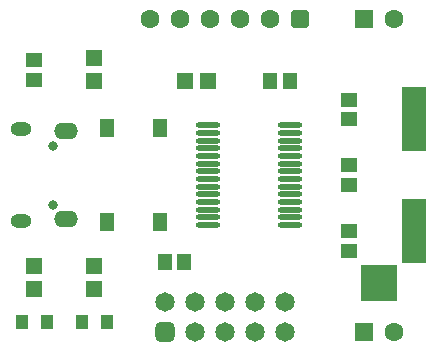
<source format=gbr>
%TF.GenerationSoftware,Altium Limited,Altium Designer,22.2.1 (43)*%
G04 Layer_Color=255*
%FSLAX43Y43*%
%MOMM*%
%TF.SameCoordinates,22783662-0E91-4B75-9AE6-36AB56575A38*%
%TF.FilePolarity,Positive*%
%TF.FileFunction,Pads,Top*%
%TF.Part,Single*%
G01*
G75*
%TA.AperFunction,SMDPad,CuDef*%
%ADD10R,3.100X3.100*%
%ADD11R,1.450X1.300*%
%ADD12R,2.000X5.500*%
%ADD13R,1.300X1.500*%
%ADD14O,2.100X0.450*%
%ADD15R,1.450X1.350*%
%ADD16R,1.100X1.200*%
%ADD17R,1.300X1.450*%
%ADD18R,1.350X1.450*%
%TA.AperFunction,ComponentPad*%
%ADD21O,1.800X1.150*%
%ADD22C,0.800*%
%ADD23O,2.000X1.400*%
%ADD24C,1.650*%
G04:AMPARAMS|DCode=25|XSize=1.65mm|YSize=1.65mm|CornerRadius=0.413mm|HoleSize=0mm|Usage=FLASHONLY|Rotation=0.000|XOffset=0mm|YOffset=0mm|HoleType=Round|Shape=RoundedRectangle|*
%AMROUNDEDRECTD25*
21,1,1.650,0.825,0,0,0.0*
21,1,0.825,1.650,0,0,0.0*
1,1,0.825,0.413,-0.413*
1,1,0.825,-0.413,-0.413*
1,1,0.825,-0.413,0.413*
1,1,0.825,0.413,0.413*
%
%ADD25ROUNDEDRECTD25*%
%ADD26R,1.600X1.600*%
%ADD27C,1.600*%
G04:AMPARAMS|DCode=28|XSize=1.6mm|YSize=1.6mm|CornerRadius=0.4mm|HoleSize=0mm|Usage=FLASHONLY|Rotation=180.000|XOffset=0mm|YOffset=0mm|HoleType=Round|Shape=RoundedRectangle|*
%AMROUNDEDRECTD28*
21,1,1.600,0.800,0,0,180.0*
21,1,0.800,1.600,0,0,180.0*
1,1,0.800,-0.400,0.400*
1,1,0.800,0.400,0.400*
1,1,0.800,0.400,-0.400*
1,1,0.800,-0.400,-0.400*
%
%ADD28ROUNDEDRECTD28*%
D10*
X33020Y5842D02*
D03*
D11*
X30480Y10250D02*
D03*
Y8600D02*
D03*
Y19750D02*
D03*
Y21400D02*
D03*
X3810Y23090D02*
D03*
Y24740D02*
D03*
X30480Y15825D02*
D03*
Y14175D02*
D03*
D12*
X36000Y10250D02*
D03*
Y19750D02*
D03*
D13*
X14496Y19000D02*
D03*
Y11050D02*
D03*
X10000Y19000D02*
D03*
Y11050D02*
D03*
D14*
X18550Y19225D02*
D03*
Y18575D02*
D03*
Y17925D02*
D03*
Y17275D02*
D03*
Y16625D02*
D03*
Y15975D02*
D03*
Y15325D02*
D03*
Y14675D02*
D03*
Y14025D02*
D03*
Y13375D02*
D03*
Y12725D02*
D03*
Y12075D02*
D03*
Y11425D02*
D03*
Y10775D02*
D03*
X25450Y19225D02*
D03*
Y18575D02*
D03*
Y17925D02*
D03*
Y17275D02*
D03*
Y16625D02*
D03*
Y15975D02*
D03*
Y15325D02*
D03*
Y14675D02*
D03*
Y14025D02*
D03*
Y13375D02*
D03*
Y12725D02*
D03*
Y12075D02*
D03*
Y11425D02*
D03*
Y10775D02*
D03*
D15*
X8890Y7325D02*
D03*
Y5375D02*
D03*
X3810Y7325D02*
D03*
Y5375D02*
D03*
X8890Y24890D02*
D03*
Y22940D02*
D03*
D16*
X4860Y2540D02*
D03*
X2760D02*
D03*
X9940D02*
D03*
X7840D02*
D03*
D17*
X23800Y22940D02*
D03*
X25450D02*
D03*
X16510Y7620D02*
D03*
X14860D02*
D03*
D18*
X18550Y22940D02*
D03*
X16600D02*
D03*
D21*
X2700Y18875D02*
D03*
Y11125D02*
D03*
D22*
X5400Y17500D02*
D03*
Y12500D02*
D03*
D23*
X6500Y18725D02*
D03*
Y11275D02*
D03*
D24*
X17460Y4290D02*
D03*
Y1750D02*
D03*
X14920Y4290D02*
D03*
X20000Y1750D02*
D03*
Y4290D02*
D03*
X22540Y1750D02*
D03*
X25080D02*
D03*
X22540Y4290D02*
D03*
X25080D02*
D03*
D25*
X14920Y1750D02*
D03*
D26*
X31750D02*
D03*
Y28250D02*
D03*
D27*
X34290Y1750D02*
D03*
Y28250D02*
D03*
X18730D02*
D03*
X23810D02*
D03*
X21270D02*
D03*
X16190D02*
D03*
X13650D02*
D03*
D28*
X26350D02*
D03*
%TF.MD5,f0310d1c14c8a82afe2155ed85eeae76*%
M02*

</source>
